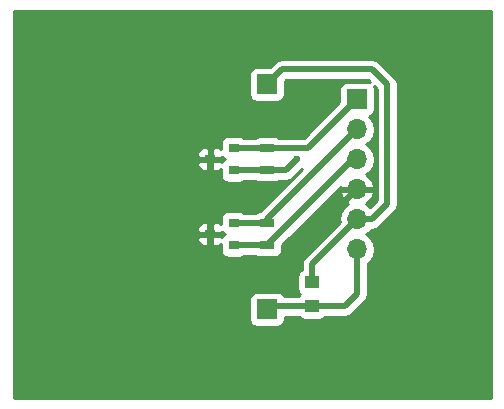
<source format=gtl>
G04 #@! TF.FileFunction,Copper,L1,Top,Signal*
%FSLAX46Y46*%
G04 Gerber Fmt 4.6, Leading zero omitted, Abs format (unit mm)*
G04 Created by KiCad (PCBNEW 4.0.7) date 03/05/18 16:21:59*
%MOMM*%
%LPD*%
G01*
G04 APERTURE LIST*
%ADD10C,0.020000*%
%ADD11C,4.064000*%
%ADD12R,1.700000X1.700000*%
%ADD13O,1.700000X1.700000*%
%ADD14R,1.300000X0.700000*%
%ADD15R,0.900000X0.800000*%
%ADD16R,1.250000X1.000000*%
%ADD17C,0.600000*%
%ADD18C,0.508000*%
%ADD19C,0.254000*%
G04 APERTURE END LIST*
D10*
D11*
X203682600Y-68884800D03*
X203682600Y-90474800D03*
X175107600Y-90474800D03*
D12*
X197332600Y-70789800D03*
D13*
X197332600Y-73329800D03*
X197332600Y-75869800D03*
X197332600Y-78409800D03*
X197332600Y-80949800D03*
X197332600Y-83489800D03*
D12*
X189712600Y-88569800D03*
X189712600Y-69519800D03*
D14*
X189712600Y-76819800D03*
X189712600Y-74919800D03*
X189712600Y-83169800D03*
X189712600Y-81269800D03*
D15*
X186902600Y-76819800D03*
X186902600Y-74919800D03*
X184902600Y-75869800D03*
X186902600Y-83169800D03*
X186902600Y-81269800D03*
X184902600Y-82219800D03*
D16*
X193522600Y-88299800D03*
X193522600Y-86299800D03*
D11*
X175107600Y-68884800D03*
D17*
X192252600Y-75869800D03*
D18*
X189712600Y-76819800D02*
X191302600Y-76819800D01*
X191302600Y-76819800D02*
X192252600Y-75869800D01*
X197332600Y-75869800D02*
X197012600Y-75869800D01*
X197012600Y-75869800D02*
X189712600Y-83169800D01*
X186902600Y-76819800D02*
X189712600Y-76819800D01*
X186902600Y-83169800D02*
X189712600Y-83169800D01*
X189712600Y-74919800D02*
X193202600Y-74919800D01*
X193202600Y-74919800D02*
X197332600Y-70789800D01*
X186902600Y-74919800D02*
X188762600Y-74919800D01*
X188762600Y-74919800D02*
X189712600Y-74919800D01*
X189712600Y-81269800D02*
X189712600Y-80949800D01*
X189712600Y-80949800D02*
X197332600Y-73329800D01*
X189712600Y-81269800D02*
X186902600Y-81269800D01*
X197332600Y-78409800D02*
X190982600Y-84759800D01*
X184902600Y-83759800D02*
X184902600Y-75869800D01*
X185902600Y-84759800D02*
X184902600Y-83759800D01*
X190982600Y-84759800D02*
X185902600Y-84759800D01*
X193522600Y-88299800D02*
X189982600Y-88299800D01*
X189982600Y-88299800D02*
X189712600Y-88569800D01*
X193522600Y-88299800D02*
X196332600Y-88299800D01*
X197332600Y-87299800D02*
X197332600Y-83489800D01*
X196332600Y-88299800D02*
X197332600Y-87299800D01*
X197332600Y-80949800D02*
X198602600Y-80949800D01*
X190982600Y-68249800D02*
X189712600Y-69519800D01*
X198602600Y-68249800D02*
X190982600Y-68249800D01*
X199872600Y-69519800D02*
X198602600Y-68249800D01*
X199872600Y-79679800D02*
X199872600Y-69519800D01*
X198602600Y-80949800D02*
X199872600Y-79679800D01*
X193522600Y-86299800D02*
X193522600Y-84759800D01*
X194792600Y-83489800D02*
X197332600Y-80949800D01*
X193522600Y-84759800D02*
X194792600Y-83489800D01*
D19*
G36*
X208635600Y-96062800D02*
X168249600Y-96062800D01*
X168249600Y-82505550D01*
X183817600Y-82505550D01*
X183817600Y-82746110D01*
X183914273Y-82979499D01*
X184092902Y-83158127D01*
X184326291Y-83254800D01*
X184616850Y-83254800D01*
X184775600Y-83096050D01*
X184775600Y-82346800D01*
X183976350Y-82346800D01*
X183817600Y-82505550D01*
X168249600Y-82505550D01*
X168249600Y-81693490D01*
X183817600Y-81693490D01*
X183817600Y-81934050D01*
X183976350Y-82092800D01*
X184775600Y-82092800D01*
X184775600Y-81343550D01*
X184616850Y-81184800D01*
X184326291Y-81184800D01*
X184092902Y-81281473D01*
X183914273Y-81460101D01*
X183817600Y-81693490D01*
X168249600Y-81693490D01*
X168249600Y-76155550D01*
X183817600Y-76155550D01*
X183817600Y-76396110D01*
X183914273Y-76629499D01*
X184092902Y-76808127D01*
X184326291Y-76904800D01*
X184616850Y-76904800D01*
X184775600Y-76746050D01*
X184775600Y-75996800D01*
X183976350Y-75996800D01*
X183817600Y-76155550D01*
X168249600Y-76155550D01*
X168249600Y-75343490D01*
X183817600Y-75343490D01*
X183817600Y-75584050D01*
X183976350Y-75742800D01*
X184775600Y-75742800D01*
X184775600Y-74993550D01*
X185029600Y-74993550D01*
X185029600Y-75742800D01*
X185828850Y-75742800D01*
X185914862Y-75656788D01*
X185988510Y-75771241D01*
X186133683Y-75870433D01*
X186001159Y-75955710D01*
X185914536Y-76082486D01*
X185828850Y-75996800D01*
X185029600Y-75996800D01*
X185029600Y-76746050D01*
X185188350Y-76904800D01*
X185478909Y-76904800D01*
X185712298Y-76808127D01*
X185805160Y-76715266D01*
X185805160Y-77219800D01*
X185849438Y-77455117D01*
X185988510Y-77671241D01*
X186200710Y-77816231D01*
X186452600Y-77867240D01*
X187352600Y-77867240D01*
X187587917Y-77822962D01*
X187765330Y-77708800D01*
X188726657Y-77708800D01*
X188810710Y-77766231D01*
X189062600Y-77817240D01*
X190362600Y-77817240D01*
X190597917Y-77772962D01*
X190697628Y-77708800D01*
X191302600Y-77708800D01*
X191642806Y-77641129D01*
X191931218Y-77448418D01*
X192671074Y-76708562D01*
X192714577Y-76690587D01*
X189132804Y-80272360D01*
X189062600Y-80272360D01*
X188827283Y-80316638D01*
X188727572Y-80380800D01*
X187761721Y-80380800D01*
X187604490Y-80273369D01*
X187352600Y-80222360D01*
X186452600Y-80222360D01*
X186217283Y-80266638D01*
X186001159Y-80405710D01*
X185856169Y-80617910D01*
X185805160Y-80869800D01*
X185805160Y-81374334D01*
X185712298Y-81281473D01*
X185478909Y-81184800D01*
X185188350Y-81184800D01*
X185029600Y-81343550D01*
X185029600Y-82092800D01*
X185828850Y-82092800D01*
X185914862Y-82006788D01*
X185988510Y-82121241D01*
X186133683Y-82220433D01*
X186001159Y-82305710D01*
X185914536Y-82432486D01*
X185828850Y-82346800D01*
X185029600Y-82346800D01*
X185029600Y-83096050D01*
X185188350Y-83254800D01*
X185478909Y-83254800D01*
X185712298Y-83158127D01*
X185805160Y-83065266D01*
X185805160Y-83569800D01*
X185849438Y-83805117D01*
X185988510Y-84021241D01*
X186200710Y-84166231D01*
X186452600Y-84217240D01*
X187352600Y-84217240D01*
X187587917Y-84172962D01*
X187765330Y-84058800D01*
X188726657Y-84058800D01*
X188810710Y-84116231D01*
X189062600Y-84167240D01*
X190362600Y-84167240D01*
X190597917Y-84122962D01*
X190814041Y-83983890D01*
X190959031Y-83771690D01*
X191010040Y-83519800D01*
X191010040Y-83129596D01*
X195958692Y-78180944D01*
X196012445Y-78282800D01*
X197205600Y-78282800D01*
X197205600Y-78262800D01*
X197459600Y-78262800D01*
X197459600Y-78282800D01*
X198652755Y-78282800D01*
X198774076Y-78052910D01*
X198604245Y-77642876D01*
X198213958Y-77214617D01*
X198071047Y-77147502D01*
X198411747Y-76919854D01*
X198733654Y-76438085D01*
X198846693Y-75869800D01*
X198733654Y-75301515D01*
X198411747Y-74819746D01*
X198082574Y-74599800D01*
X198411747Y-74379854D01*
X198733654Y-73898085D01*
X198846693Y-73329800D01*
X198733654Y-72761515D01*
X198411747Y-72279746D01*
X198370148Y-72251950D01*
X198417917Y-72242962D01*
X198634041Y-72103890D01*
X198779031Y-71891690D01*
X198830040Y-71639800D01*
X198830040Y-69939800D01*
X198785762Y-69704483D01*
X198759979Y-69664415D01*
X198983600Y-69888036D01*
X198983600Y-79311564D01*
X198401958Y-79893206D01*
X198071047Y-79672098D01*
X198213958Y-79604983D01*
X198604245Y-79176724D01*
X198774076Y-78766690D01*
X198652755Y-78536800D01*
X197459600Y-78536800D01*
X197459600Y-78556800D01*
X197205600Y-78556800D01*
X197205600Y-78536800D01*
X196012445Y-78536800D01*
X195891124Y-78766690D01*
X196060955Y-79176724D01*
X196451242Y-79604983D01*
X196594153Y-79672098D01*
X196253453Y-79899746D01*
X195931546Y-80381515D01*
X195818507Y-80949800D01*
X195861122Y-81164042D01*
X192893982Y-84131182D01*
X192701271Y-84419594D01*
X192633600Y-84759800D01*
X192633600Y-85215095D01*
X192446159Y-85335710D01*
X192301169Y-85547910D01*
X192250160Y-85799800D01*
X192250160Y-86799800D01*
X192294438Y-87035117D01*
X192433510Y-87251241D01*
X192503311Y-87298934D01*
X192446159Y-87335710D01*
X192394852Y-87410800D01*
X191118348Y-87410800D01*
X191026690Y-87268359D01*
X190814490Y-87123369D01*
X190562600Y-87072360D01*
X188862600Y-87072360D01*
X188627283Y-87116638D01*
X188411159Y-87255710D01*
X188266169Y-87467910D01*
X188215160Y-87719800D01*
X188215160Y-89419800D01*
X188259438Y-89655117D01*
X188398510Y-89871241D01*
X188610710Y-90016231D01*
X188862600Y-90067240D01*
X190562600Y-90067240D01*
X190797917Y-90022962D01*
X191014041Y-89883890D01*
X191159031Y-89671690D01*
X191210040Y-89419800D01*
X191210040Y-89188800D01*
X192393330Y-89188800D01*
X192433510Y-89251241D01*
X192645710Y-89396231D01*
X192897600Y-89447240D01*
X194147600Y-89447240D01*
X194382917Y-89402962D01*
X194599041Y-89263890D01*
X194650348Y-89188800D01*
X196332600Y-89188800D01*
X196672806Y-89121129D01*
X196961218Y-88928418D01*
X197961218Y-87928418D01*
X198153930Y-87640005D01*
X198221600Y-87299800D01*
X198221600Y-84666906D01*
X198411747Y-84539854D01*
X198733654Y-84058085D01*
X198846693Y-83489800D01*
X198733654Y-82921515D01*
X198411747Y-82439746D01*
X198082574Y-82219800D01*
X198411747Y-81999854D01*
X198519360Y-81838800D01*
X198602600Y-81838800D01*
X198942806Y-81771129D01*
X199231218Y-81578418D01*
X200501218Y-80308418D01*
X200525311Y-80272360D01*
X200693929Y-80020006D01*
X200761600Y-79679800D01*
X200761600Y-69519800D01*
X200693929Y-69179594D01*
X200501218Y-68891182D01*
X199231218Y-67621182D01*
X198942806Y-67428471D01*
X198602600Y-67360800D01*
X190982600Y-67360800D01*
X190642394Y-67428471D01*
X190353982Y-67621182D01*
X189952804Y-68022360D01*
X188862600Y-68022360D01*
X188627283Y-68066638D01*
X188411159Y-68205710D01*
X188266169Y-68417910D01*
X188215160Y-68669800D01*
X188215160Y-70369800D01*
X188259438Y-70605117D01*
X188398510Y-70821241D01*
X188610710Y-70966231D01*
X188862600Y-71017240D01*
X190562600Y-71017240D01*
X190797917Y-70972962D01*
X191014041Y-70833890D01*
X191159031Y-70621690D01*
X191210040Y-70369800D01*
X191210040Y-69279596D01*
X191350836Y-69138800D01*
X198234364Y-69138800D01*
X198448518Y-69352954D01*
X198434490Y-69343369D01*
X198182600Y-69292360D01*
X196482600Y-69292360D01*
X196247283Y-69336638D01*
X196031159Y-69475710D01*
X195886169Y-69687910D01*
X195835160Y-69939800D01*
X195835160Y-71030004D01*
X192834364Y-74030800D01*
X190698543Y-74030800D01*
X190614490Y-73973369D01*
X190362600Y-73922360D01*
X189062600Y-73922360D01*
X188827283Y-73966638D01*
X188727572Y-74030800D01*
X187761721Y-74030800D01*
X187604490Y-73923369D01*
X187352600Y-73872360D01*
X186452600Y-73872360D01*
X186217283Y-73916638D01*
X186001159Y-74055710D01*
X185856169Y-74267910D01*
X185805160Y-74519800D01*
X185805160Y-75024334D01*
X185712298Y-74931473D01*
X185478909Y-74834800D01*
X185188350Y-74834800D01*
X185029600Y-74993550D01*
X184775600Y-74993550D01*
X184616850Y-74834800D01*
X184326291Y-74834800D01*
X184092902Y-74931473D01*
X183914273Y-75110101D01*
X183817600Y-75343490D01*
X168249600Y-75343490D01*
X168249600Y-63296800D01*
X208635600Y-63296800D01*
X208635600Y-96062800D01*
X208635600Y-96062800D01*
G37*
X208635600Y-96062800D02*
X168249600Y-96062800D01*
X168249600Y-82505550D01*
X183817600Y-82505550D01*
X183817600Y-82746110D01*
X183914273Y-82979499D01*
X184092902Y-83158127D01*
X184326291Y-83254800D01*
X184616850Y-83254800D01*
X184775600Y-83096050D01*
X184775600Y-82346800D01*
X183976350Y-82346800D01*
X183817600Y-82505550D01*
X168249600Y-82505550D01*
X168249600Y-81693490D01*
X183817600Y-81693490D01*
X183817600Y-81934050D01*
X183976350Y-82092800D01*
X184775600Y-82092800D01*
X184775600Y-81343550D01*
X184616850Y-81184800D01*
X184326291Y-81184800D01*
X184092902Y-81281473D01*
X183914273Y-81460101D01*
X183817600Y-81693490D01*
X168249600Y-81693490D01*
X168249600Y-76155550D01*
X183817600Y-76155550D01*
X183817600Y-76396110D01*
X183914273Y-76629499D01*
X184092902Y-76808127D01*
X184326291Y-76904800D01*
X184616850Y-76904800D01*
X184775600Y-76746050D01*
X184775600Y-75996800D01*
X183976350Y-75996800D01*
X183817600Y-76155550D01*
X168249600Y-76155550D01*
X168249600Y-75343490D01*
X183817600Y-75343490D01*
X183817600Y-75584050D01*
X183976350Y-75742800D01*
X184775600Y-75742800D01*
X184775600Y-74993550D01*
X185029600Y-74993550D01*
X185029600Y-75742800D01*
X185828850Y-75742800D01*
X185914862Y-75656788D01*
X185988510Y-75771241D01*
X186133683Y-75870433D01*
X186001159Y-75955710D01*
X185914536Y-76082486D01*
X185828850Y-75996800D01*
X185029600Y-75996800D01*
X185029600Y-76746050D01*
X185188350Y-76904800D01*
X185478909Y-76904800D01*
X185712298Y-76808127D01*
X185805160Y-76715266D01*
X185805160Y-77219800D01*
X185849438Y-77455117D01*
X185988510Y-77671241D01*
X186200710Y-77816231D01*
X186452600Y-77867240D01*
X187352600Y-77867240D01*
X187587917Y-77822962D01*
X187765330Y-77708800D01*
X188726657Y-77708800D01*
X188810710Y-77766231D01*
X189062600Y-77817240D01*
X190362600Y-77817240D01*
X190597917Y-77772962D01*
X190697628Y-77708800D01*
X191302600Y-77708800D01*
X191642806Y-77641129D01*
X191931218Y-77448418D01*
X192671074Y-76708562D01*
X192714577Y-76690587D01*
X189132804Y-80272360D01*
X189062600Y-80272360D01*
X188827283Y-80316638D01*
X188727572Y-80380800D01*
X187761721Y-80380800D01*
X187604490Y-80273369D01*
X187352600Y-80222360D01*
X186452600Y-80222360D01*
X186217283Y-80266638D01*
X186001159Y-80405710D01*
X185856169Y-80617910D01*
X185805160Y-80869800D01*
X185805160Y-81374334D01*
X185712298Y-81281473D01*
X185478909Y-81184800D01*
X185188350Y-81184800D01*
X185029600Y-81343550D01*
X185029600Y-82092800D01*
X185828850Y-82092800D01*
X185914862Y-82006788D01*
X185988510Y-82121241D01*
X186133683Y-82220433D01*
X186001159Y-82305710D01*
X185914536Y-82432486D01*
X185828850Y-82346800D01*
X185029600Y-82346800D01*
X185029600Y-83096050D01*
X185188350Y-83254800D01*
X185478909Y-83254800D01*
X185712298Y-83158127D01*
X185805160Y-83065266D01*
X185805160Y-83569800D01*
X185849438Y-83805117D01*
X185988510Y-84021241D01*
X186200710Y-84166231D01*
X186452600Y-84217240D01*
X187352600Y-84217240D01*
X187587917Y-84172962D01*
X187765330Y-84058800D01*
X188726657Y-84058800D01*
X188810710Y-84116231D01*
X189062600Y-84167240D01*
X190362600Y-84167240D01*
X190597917Y-84122962D01*
X190814041Y-83983890D01*
X190959031Y-83771690D01*
X191010040Y-83519800D01*
X191010040Y-83129596D01*
X195958692Y-78180944D01*
X196012445Y-78282800D01*
X197205600Y-78282800D01*
X197205600Y-78262800D01*
X197459600Y-78262800D01*
X197459600Y-78282800D01*
X198652755Y-78282800D01*
X198774076Y-78052910D01*
X198604245Y-77642876D01*
X198213958Y-77214617D01*
X198071047Y-77147502D01*
X198411747Y-76919854D01*
X198733654Y-76438085D01*
X198846693Y-75869800D01*
X198733654Y-75301515D01*
X198411747Y-74819746D01*
X198082574Y-74599800D01*
X198411747Y-74379854D01*
X198733654Y-73898085D01*
X198846693Y-73329800D01*
X198733654Y-72761515D01*
X198411747Y-72279746D01*
X198370148Y-72251950D01*
X198417917Y-72242962D01*
X198634041Y-72103890D01*
X198779031Y-71891690D01*
X198830040Y-71639800D01*
X198830040Y-69939800D01*
X198785762Y-69704483D01*
X198759979Y-69664415D01*
X198983600Y-69888036D01*
X198983600Y-79311564D01*
X198401958Y-79893206D01*
X198071047Y-79672098D01*
X198213958Y-79604983D01*
X198604245Y-79176724D01*
X198774076Y-78766690D01*
X198652755Y-78536800D01*
X197459600Y-78536800D01*
X197459600Y-78556800D01*
X197205600Y-78556800D01*
X197205600Y-78536800D01*
X196012445Y-78536800D01*
X195891124Y-78766690D01*
X196060955Y-79176724D01*
X196451242Y-79604983D01*
X196594153Y-79672098D01*
X196253453Y-79899746D01*
X195931546Y-80381515D01*
X195818507Y-80949800D01*
X195861122Y-81164042D01*
X192893982Y-84131182D01*
X192701271Y-84419594D01*
X192633600Y-84759800D01*
X192633600Y-85215095D01*
X192446159Y-85335710D01*
X192301169Y-85547910D01*
X192250160Y-85799800D01*
X192250160Y-86799800D01*
X192294438Y-87035117D01*
X192433510Y-87251241D01*
X192503311Y-87298934D01*
X192446159Y-87335710D01*
X192394852Y-87410800D01*
X191118348Y-87410800D01*
X191026690Y-87268359D01*
X190814490Y-87123369D01*
X190562600Y-87072360D01*
X188862600Y-87072360D01*
X188627283Y-87116638D01*
X188411159Y-87255710D01*
X188266169Y-87467910D01*
X188215160Y-87719800D01*
X188215160Y-89419800D01*
X188259438Y-89655117D01*
X188398510Y-89871241D01*
X188610710Y-90016231D01*
X188862600Y-90067240D01*
X190562600Y-90067240D01*
X190797917Y-90022962D01*
X191014041Y-89883890D01*
X191159031Y-89671690D01*
X191210040Y-89419800D01*
X191210040Y-89188800D01*
X192393330Y-89188800D01*
X192433510Y-89251241D01*
X192645710Y-89396231D01*
X192897600Y-89447240D01*
X194147600Y-89447240D01*
X194382917Y-89402962D01*
X194599041Y-89263890D01*
X194650348Y-89188800D01*
X196332600Y-89188800D01*
X196672806Y-89121129D01*
X196961218Y-88928418D01*
X197961218Y-87928418D01*
X198153930Y-87640005D01*
X198221600Y-87299800D01*
X198221600Y-84666906D01*
X198411747Y-84539854D01*
X198733654Y-84058085D01*
X198846693Y-83489800D01*
X198733654Y-82921515D01*
X198411747Y-82439746D01*
X198082574Y-82219800D01*
X198411747Y-81999854D01*
X198519360Y-81838800D01*
X198602600Y-81838800D01*
X198942806Y-81771129D01*
X199231218Y-81578418D01*
X200501218Y-80308418D01*
X200525311Y-80272360D01*
X200693929Y-80020006D01*
X200761600Y-79679800D01*
X200761600Y-69519800D01*
X200693929Y-69179594D01*
X200501218Y-68891182D01*
X199231218Y-67621182D01*
X198942806Y-67428471D01*
X198602600Y-67360800D01*
X190982600Y-67360800D01*
X190642394Y-67428471D01*
X190353982Y-67621182D01*
X189952804Y-68022360D01*
X188862600Y-68022360D01*
X188627283Y-68066638D01*
X188411159Y-68205710D01*
X188266169Y-68417910D01*
X188215160Y-68669800D01*
X188215160Y-70369800D01*
X188259438Y-70605117D01*
X188398510Y-70821241D01*
X188610710Y-70966231D01*
X188862600Y-71017240D01*
X190562600Y-71017240D01*
X190797917Y-70972962D01*
X191014041Y-70833890D01*
X191159031Y-70621690D01*
X191210040Y-70369800D01*
X191210040Y-69279596D01*
X191350836Y-69138800D01*
X198234364Y-69138800D01*
X198448518Y-69352954D01*
X198434490Y-69343369D01*
X198182600Y-69292360D01*
X196482600Y-69292360D01*
X196247283Y-69336638D01*
X196031159Y-69475710D01*
X195886169Y-69687910D01*
X195835160Y-69939800D01*
X195835160Y-71030004D01*
X192834364Y-74030800D01*
X190698543Y-74030800D01*
X190614490Y-73973369D01*
X190362600Y-73922360D01*
X189062600Y-73922360D01*
X188827283Y-73966638D01*
X188727572Y-74030800D01*
X187761721Y-74030800D01*
X187604490Y-73923369D01*
X187352600Y-73872360D01*
X186452600Y-73872360D01*
X186217283Y-73916638D01*
X186001159Y-74055710D01*
X185856169Y-74267910D01*
X185805160Y-74519800D01*
X185805160Y-75024334D01*
X185712298Y-74931473D01*
X185478909Y-74834800D01*
X185188350Y-74834800D01*
X185029600Y-74993550D01*
X184775600Y-74993550D01*
X184616850Y-74834800D01*
X184326291Y-74834800D01*
X184092902Y-74931473D01*
X183914273Y-75110101D01*
X183817600Y-75343490D01*
X168249600Y-75343490D01*
X168249600Y-63296800D01*
X208635600Y-63296800D01*
X208635600Y-96062800D01*
M02*

</source>
